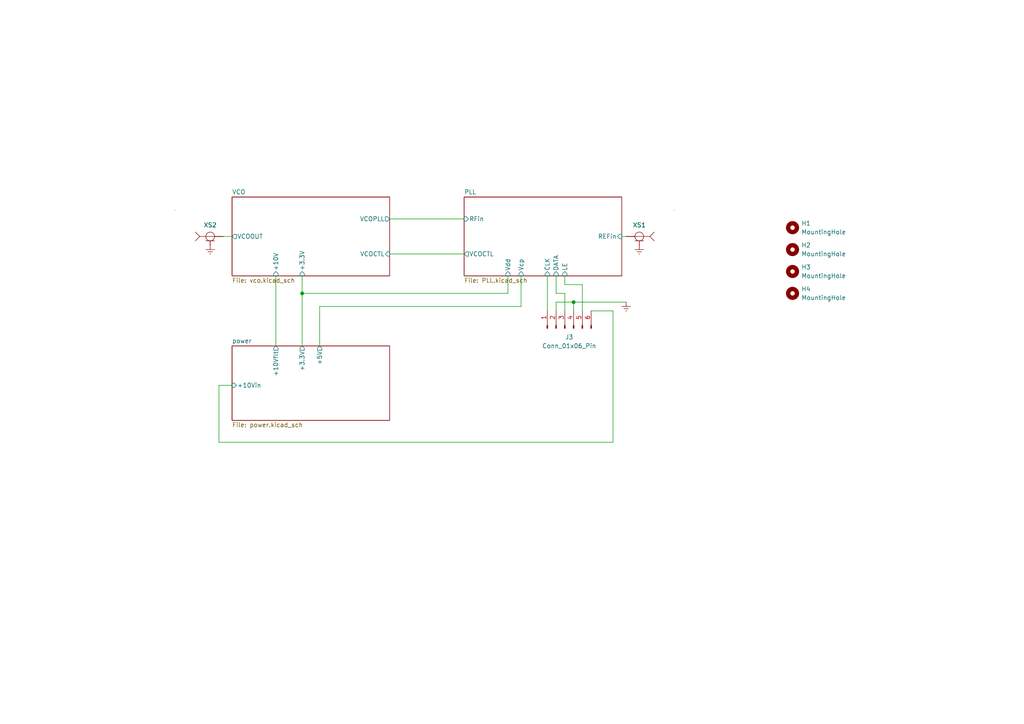
<source format=kicad_sch>
(kicad_sch (version 20250114) (generator "eeschema") (generator_version "9.0")
  (paper "A4")
  (lib_symbols
    (symbol "Connector:Conn_01x06_Pin" (pin_names (offset 1.016) (hide yes))
      (property "Reference" "J" (at 0 7.62 0))
      (property "Value" "Conn_01x06_Pin" (at 0 -10.16 0))
      (symbol "Conn_01x06_Pin_1_1"
        (rectangle (start 0.8636 5.207) (end 0 4.953) (stroke (width 0.1524)) (fill (type outline)))
        (rectangle (start 0.8636 2.667) (end 0 2.413) (stroke (width 0.1524)) (fill (type outline)))
        (rectangle (start 0.8636 0.127) (end 0 -0.127) (stroke (width 0.1524)) (fill (type outline)))
        (rectangle (start 0.8636 -2.413) (end 0 -2.667) (stroke (width 0.1524)) (fill (type outline)))
        (rectangle (start 0.8636 -4.953) (end 0 -5.207) (stroke (width 0.1524)) (fill (type outline)))
        (rectangle (start 0.8636 -7.493) (end 0 -7.747) (stroke (width 0.1524)) (fill (type outline)))
        (polyline (pts (xy 1.27 5.08) (xy 0.8636 5.08)) (stroke (width 0.1524)))
        (polyline (pts (xy 1.27 2.54) (xy 0.8636 2.54)) (stroke (width 0.1524)))
        (polyline (pts (xy 1.27 0) (xy 0.8636 0)) (stroke (width 0.1524)))
        (polyline (pts (xy 1.27 -2.54) (xy 0.8636 -2.54)) (stroke (width 0.1524)))
        (polyline (pts (xy 1.27 -5.08) (xy 0.8636 -5.08)) (stroke (width 0.1524)))
        (polyline (pts (xy 1.27 -7.62) (xy 0.8636 -7.62)) (stroke (width 0.1524)))
        (pin passive line (at 5.08 5.08 180) (length 3.81) (name "Pin_1") (number "1"))
        (pin passive line (at 5.08 2.54 180) (length 3.81) (name "Pin_2") (number "2"))
        (pin passive line (at 5.08 0 180) (length 3.81) (name "Pin_3") (number "3"))
        (pin passive line (at 5.08 -2.54 180) (length 3.81) (name "Pin_4") (number "4"))
        (pin passive line (at 5.08 -5.08 180) (length 3.81) (name "Pin_5") (number "5"))
        (pin passive line (at 5.08 -7.62 180) (length 3.81) (name "Pin_6") (number "6"))
      )
    )
    (symbol "Mechanical:MountingHole" (pin_names (offset 1.016)) (exclude_from_sim yes) (in_bom no)
      (property "Reference" "H" (at 0 5.08 0))
      (property "Value" "MountingHole" (at 0 3.175 0))
      (symbol "MountingHole_0_1"
        (circle (center 0 0) (radius 1.27) (stroke (width 1.27)))
      )
    )
    (symbol "connectors:RF-PCB-pin-place" (pin_numbers (hide yes)) (pin_names (offset 0) (hide yes))
      (property "Reference" "XS" (at 0 3.302 0))
      (symbol "RF-PCB-pin-place_0_1"
        (arc (start 10.16 7.62) (mid 10.16 7.62) (end 10.16 7.62))
      )
      (symbol "RF-PCB-pin-place_1_1"
        (polyline (pts (xy -1.27 -1.27) (xy 1.27 -1.27)))
        (circle (center 0 0) (radius 1.27))
        (polyline (pts (xy 3.048 0) (xy -1.27 0)))
        (polyline (pts (xy 3.048 0) (xy 3.048 0)))
        (polyline (pts (xy 3.048 0) (xy 4.318 1.27)))
        (polyline (pts (xy 3.048 0) (xy 4.318 -1.27)))
        (pin input line (at -3.81 0 0) (length 2.54) (name "") (number "1"))
        (pin input line (at 0 -2.54 90) (length 1.27) (name "") (number "2"))
      )
    )
    (symbol "power:Earth" (power) (pin_numbers (hide yes)) (pin_names (offset 0) (hide yes))
      (property "Value" "Earth" (at 0 -3.81 0))
      (symbol "Earth_0_1"
        (polyline (pts (xy -0.635 -1.905) (xy 0.635 -1.905)))
        (polyline (pts (xy -0.127 -2.54) (xy 0.127 -2.54)))
        (polyline (pts (xy 0 -1.27) (xy 0 0)))
        (polyline (pts (xy 1.27 -1.27) (xy -1.27 -1.27)))
      )
      (symbol "Earth_1_1"
        (pin power_in line (at 0 0 270) (length 0) (name "~") (number "1"))
      )
    )
  )
  (junction (at 166.37 87.63))
  (junction (at 87.63 85.09))
  (wire (pts (xy 168.91 82.55) (xy 168.91 90.17)))
  (wire (pts (xy 163.83 80.01) (xy 163.83 82.55)))
  (wire (pts (xy 161.29 85.09) (xy 161.29 80.01)))
  (wire (pts (xy 87.63 85.09) (xy 147.32 85.09)))
  (wire (pts (xy 80.01 80.01) (xy 80.01 100.33)))
  (wire (pts (xy 161.29 90.17) (xy 161.29 87.63)))
  (wire (pts (xy 87.63 80.01) (xy 87.63 85.09)))
  (wire (pts (xy 87.63 100.33) (xy 87.63 85.09)))
  (wire (pts (xy 163.83 85.09) (xy 161.29 85.09)))
  (wire (pts (xy 92.71 88.9) (xy 151.13 88.9)))
  (wire (pts (xy 166.37 87.63) (xy 166.37 90.17)))
  (wire (pts (xy 161.29 87.63) (xy 166.37 87.63)))
  (wire (pts (xy 64.77 68.58) (xy 67.31 68.58)))
  (wire (pts (xy 147.32 85.09) (xy 147.32 80.01)))
  (wire (pts (xy 113.03 63.5) (xy 134.62 63.5)))
  (wire (pts (xy 177.8 90.17) (xy 171.45 90.17)))
  (wire (pts (xy 177.8 128.27) (xy 177.8 90.17)))
  (wire (pts (xy 113.03 73.66) (xy 134.62 73.66)))
  (wire (pts (xy 163.83 90.17) (xy 163.83 85.09)))
  (wire (pts (xy 92.71 100.33) (xy 92.71 88.9)))
  (wire (pts (xy 63.5 111.76) (xy 67.31 111.76)))
  (wire (pts (xy 166.37 87.63) (xy 181.61 87.63)))
  (wire (pts (xy 163.83 82.55) (xy 168.91 82.55)))
  (wire (pts (xy 151.13 80.01) (xy 151.13 88.9)))
  (wire (pts (xy 63.5 128.27) (xy 177.8 128.27)))
  (wire (pts (xy 180.34 68.58) (xy 181.61 68.58)))
  (wire (pts (xy 158.75 80.01) (xy 158.75 90.17)))
  (wire (pts (xy 63.5 111.76) (xy 63.5 128.27)))
  (symbol (lib_id "connectors:RF-PCB-pin-place") (at 185.42 68.58 0) (unit 1)
    (property "Reference" "XS1" (at 185.42 65.278 0))
    (property "Footprint" "RF-connectors:RF-PCB-pin-place" (effects (hide yes)))
    (property "Description" "PCB pin soldering place for the housing places SMA connectors" (effects (hide yes)))
  )
  (symbol (lib_id "Mechanical:MountingHole") (at 229.87 85.09 0) (unit 1) (exclude_from_sim yes) (in_bom no)
    (property "Reference" "H4" (at 232.41 83.8199 0) (effects (justify left)))
    (property "Value" "MountingHole" (at 232.41 86.3599 0) (effects (justify left)))
    (property "Footprint" "MountingHole:MountingHole_3.2mm_M3" (effects (hide yes)))
    (property "Description" "Mounting Hole without connection" (effects (hide yes)))
  )
  (symbol (lib_id "Mechanical:MountingHole") (at 229.87 72.39 0) (unit 1) (exclude_from_sim yes) (in_bom no)
    (property "Reference" "H2" (at 232.41 71.1199 0) (effects (justify left)))
    (property "Value" "MountingHole" (at 232.41 73.6599 0) (effects (justify left)))
    (property "Footprint" "MountingHole:MountingHole_3.2mm_M3" (effects (hide yes)))
    (property "Description" "Mounting Hole without connection" (effects (hide yes)))
  )
  (symbol (lib_id "connectors:RF-PCB-pin-place") (at 60.96 68.58 0) (mirror y) (unit 1)
    (property "Reference" "XS2" (at 60.96 65.278 0))
    (property "Footprint" "RF-connectors:RF-PCB-pin-place" (effects (hide yes)))
    (property "Description" "PCB pin soldering place for the housing places SMA connectors" (effects (hide yes)))
  )
  (symbol (lib_id "power:Earth") (at 60.96 71.12 0) (unit 1)
    (property "Reference" "#PWR012" (effects (hide yes)))
    (property "Value" "Earth" (effects (hide yes)))
    (property "Description" "Power symbol creates a global label with name \"Earth\"" (effects (hide yes)))
  )
  (symbol (lib_id "Mechanical:MountingHole") (at 229.87 78.74 0) (unit 1) (exclude_from_sim yes) (in_bom no)
    (property "Reference" "H3" (at 232.41 77.4699 0) (effects (justify left)))
    (property "Value" "MountingHole" (at 232.41 80.0099 0) (effects (justify left)))
    (property "Footprint" "MountingHole:MountingHole_3.2mm_M3" (effects (hide yes)))
    (property "Description" "Mounting Hole without connection" (effects (hide yes)))
  )
  (symbol (lib_id "power:Earth") (at 181.61 87.63 0) (unit 1)
    (property "Reference" "#PWR019" (effects (hide yes)))
    (property "Value" "Earth" (effects (hide yes)))
    (property "Description" "Power symbol creates a global label with name \"Earth\"" (effects (hide yes)))
  )
  (symbol (lib_id "power:Earth") (at 185.42 71.12 0) (unit 1)
    (property "Reference" "#PWR010" (effects (hide yes)))
    (property "Value" "Earth" (effects (hide yes)))
    (property "Description" "Power symbol creates a global label with name \"Earth\"" (effects (hide yes)))
  )
  (symbol (lib_id "Connector:Conn_01x06_Pin") (at 163.83 95.25 90) (unit 1)
    (property "Reference" "J3" (at 165.1 97.79 90))
    (property "Value" "Conn_01x06_Pin" (at 165.1 100.33 90))
    (property "Footprint" "Connector_PinHeader_2.54mm:PinHeader_1x06_P2.54mm_Vertical" (effects (hide yes)))
    (property "Description" "Generic connector, single row, 01x06, script generated" (effects (hide yes)))
  )
  (symbol (lib_id "Mechanical:MountingHole") (at 229.87 66.04 0) (unit 1) (exclude_from_sim yes) (in_bom no)
    (property "Reference" "H1" (at 232.41 64.7699 0) (effects (justify left)))
    (property "Value" "MountingHole" (at 232.41 67.3099 0) (effects (justify left)))
    (property "Footprint" "MountingHole:MountingHole_3.2mm_M3" (effects (hide yes)))
    (property "Description" "Mounting Hole without connection" (effects (hide yes)))
  )
  (sheet (at 67.31 100.33) (size 45.72 21.59) (stroke (width 0.1524))
    (property "Sheetname" "power" (at 67.31 99.6184 0) (effects (justify left bottom)))
    (property "Sheetfile" "power.kicad_sch" (at 67.31 122.5046 0) (effects (justify left top)))
    (pin "+3.3V" output (at 87.63 100.33 90))
    (pin "+5V" output (at 92.71 100.33 90))
    (pin "+10Vflt" output (at 80.01 100.33 90))
    (pin "+10Vin" input (at 67.31 111.76 180))
  )
  (sheet (at 134.62 57.15) (size 45.72 22.86) (stroke (width 0.1524))
    (property "Sheetname" "PLL" (at 134.62 56.4384 0) (effects (justify left bottom)))
    (property "Sheetfile" "PLL.kicad_sch" (at 134.62 80.5946 0) (effects (justify left top)))
    (pin "CLK" input (at 158.75 80.01 270))
    (pin "DATA" input (at 161.29 80.01 270))
    (pin "LE" input (at 163.83 80.01 270))
    (pin "REFin" input (at 180.34 68.58 0))
    (pin "RFin" input (at 134.62 63.5 180))
    (pin "VCOCTL" output (at 134.62 73.66 180))
    (pin "Vcp" input (at 151.13 80.01 270))
    (pin "Vdd" input (at 147.32 80.01 270))
  )
  (sheet (at 67.31 57.15) (size 45.72 22.86) (stroke (width 0.1524))
    (property "Sheetname" "VCO" (at 67.31 56.4384 0) (effects (justify left bottom)))
    (property "Sheetfile" "vco.kicad_sch" (at 67.31 80.5946 0) (effects (justify left top)))
    (pin "VCOCTL" input (at 113.03 73.66 0))
    (pin "VCOOUT" output (at 67.31 68.58 180))
    (pin "VCOPLL" output (at 113.03 63.5 0))
    (pin "+10V" input (at 80.01 80.01 270))
    (pin "+3.3V" input (at 87.63 80.01 270))
  )
)
</source>
